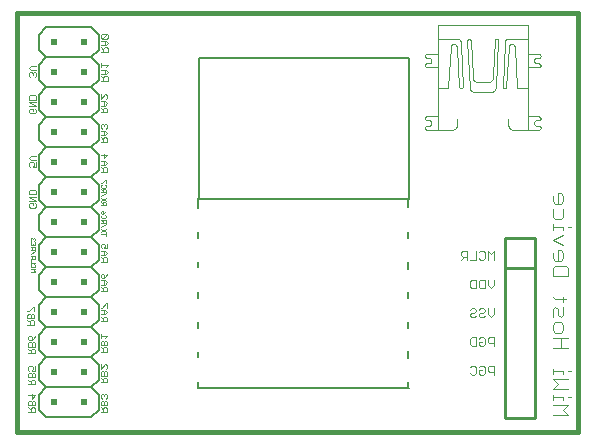
<source format=gbo>
G75*
G70*
%OFA0B0*%
%FSLAX24Y24*%
%IPPOS*%
%LPD*%
%AMOC8*
5,1,8,0,0,1.08239X$1,22.5*
%
%ADD10C,0.0020*%
%ADD11C,0.0010*%
%ADD12C,0.0030*%
%ADD13C,0.0160*%
%ADD14C,0.0040*%
%ADD15C,0.0050*%
%ADD16C,0.0060*%
%ADD17R,0.0200X0.0200*%
%ADD18C,0.0100*%
D10*
X000666Y000852D02*
X000886Y000852D01*
X000886Y000962D01*
X000849Y000998D01*
X000776Y000998D01*
X000739Y000962D01*
X000739Y000852D01*
X000739Y000925D02*
X000666Y000998D01*
X000666Y001073D02*
X000666Y001183D01*
X000702Y001219D01*
X000739Y001219D01*
X000776Y001183D01*
X000776Y001073D01*
X000776Y001183D02*
X000812Y001219D01*
X000849Y001219D01*
X000886Y001183D01*
X000886Y001073D01*
X000666Y001073D01*
X000776Y001293D02*
X000776Y001440D01*
X000666Y001404D02*
X000886Y001404D01*
X000776Y001293D01*
X000739Y001782D02*
X000739Y001892D01*
X000776Y001928D01*
X000849Y001928D01*
X000886Y001892D01*
X000886Y001782D01*
X000666Y001782D01*
X000739Y001855D02*
X000666Y001928D01*
X000666Y002003D02*
X000666Y002113D01*
X000702Y002149D01*
X000739Y002149D01*
X000776Y002113D01*
X000776Y002003D01*
X000776Y002113D02*
X000812Y002149D01*
X000849Y002149D01*
X000886Y002113D01*
X000886Y002003D01*
X000666Y002003D01*
X000702Y002223D02*
X000666Y002260D01*
X000666Y002334D01*
X000702Y002370D01*
X000776Y002370D01*
X000812Y002334D01*
X000812Y002297D01*
X000776Y002223D01*
X000886Y002223D01*
X000886Y002370D01*
X000886Y002802D02*
X000666Y002802D01*
X000739Y002802D02*
X000739Y002912D01*
X000776Y002948D01*
X000849Y002948D01*
X000886Y002912D01*
X000886Y002802D01*
X000739Y002875D02*
X000666Y002948D01*
X000666Y003023D02*
X000666Y003133D01*
X000702Y003169D01*
X000739Y003169D01*
X000776Y003133D01*
X000776Y003023D01*
X000776Y003133D02*
X000812Y003169D01*
X000849Y003169D01*
X000886Y003133D01*
X000886Y003023D01*
X000666Y003023D01*
X000702Y003243D02*
X000666Y003280D01*
X000666Y003354D01*
X000702Y003390D01*
X000739Y003390D01*
X000776Y003354D01*
X000776Y003243D01*
X000702Y003243D01*
X000776Y003243D02*
X000849Y003317D01*
X000886Y003390D01*
X000856Y003762D02*
X000636Y003762D01*
X000709Y003762D02*
X000709Y003872D01*
X000746Y003908D01*
X000819Y003908D01*
X000856Y003872D01*
X000856Y003762D01*
X000709Y003835D02*
X000636Y003908D01*
X000636Y003983D02*
X000636Y004093D01*
X000672Y004129D01*
X000709Y004129D01*
X000746Y004093D01*
X000746Y003983D01*
X000746Y004093D02*
X000782Y004129D01*
X000819Y004129D01*
X000856Y004093D01*
X000856Y003983D01*
X000636Y003983D01*
X000636Y004203D02*
X000672Y004203D01*
X000819Y004350D01*
X000856Y004350D01*
X000856Y004203D01*
X003077Y004249D02*
X003223Y004249D01*
X003297Y004176D01*
X003223Y004103D01*
X003077Y004103D01*
X003077Y004028D02*
X003150Y003955D01*
X003150Y003992D02*
X003150Y003882D01*
X003077Y003882D02*
X003297Y003882D01*
X003297Y003992D01*
X003260Y004028D01*
X003187Y004028D01*
X003150Y003992D01*
X003187Y004103D02*
X003187Y004249D01*
X003113Y004323D02*
X003077Y004323D01*
X003113Y004323D02*
X003260Y004470D01*
X003297Y004470D01*
X003297Y004323D01*
X003297Y004872D02*
X003077Y004872D01*
X003150Y004872D02*
X003150Y004982D01*
X003187Y005018D01*
X003260Y005018D01*
X003297Y004982D01*
X003297Y004872D01*
X003150Y004945D02*
X003077Y005018D01*
X003077Y005093D02*
X003223Y005093D01*
X003297Y005166D01*
X003223Y005239D01*
X003077Y005239D01*
X003113Y005313D02*
X003077Y005350D01*
X003077Y005424D01*
X003113Y005460D01*
X003150Y005460D01*
X003187Y005424D01*
X003187Y005313D01*
X003113Y005313D01*
X003187Y005313D02*
X003260Y005387D01*
X003297Y005460D01*
X003187Y005239D02*
X003187Y005093D01*
X003150Y005862D02*
X003150Y005972D01*
X003187Y006008D01*
X003260Y006008D01*
X003297Y005972D01*
X003297Y005862D01*
X003077Y005862D01*
X003150Y005935D02*
X003077Y006008D01*
X003077Y006083D02*
X003223Y006083D01*
X003297Y006156D01*
X003223Y006229D01*
X003077Y006229D01*
X003113Y006303D02*
X003077Y006340D01*
X003077Y006414D01*
X003113Y006450D01*
X003187Y006450D01*
X003223Y006414D01*
X003223Y006377D01*
X003187Y006303D01*
X003297Y006303D01*
X003297Y006450D01*
X003187Y006229D02*
X003187Y006083D01*
X000916Y007698D02*
X000916Y007772D01*
X000879Y007808D01*
X000806Y007808D02*
X000806Y007735D01*
X000806Y007808D02*
X000732Y007808D01*
X000696Y007772D01*
X000696Y007698D01*
X000732Y007662D01*
X000879Y007662D01*
X000916Y007698D01*
X000916Y007883D02*
X000696Y007883D01*
X000696Y008029D02*
X000916Y007883D01*
X000916Y008029D02*
X000696Y008029D01*
X000696Y008103D02*
X000696Y008214D01*
X000732Y008250D01*
X000879Y008250D01*
X000916Y008214D01*
X000916Y008103D01*
X000696Y008103D01*
X000732Y009023D02*
X000696Y009059D01*
X000696Y009133D01*
X000732Y009169D01*
X000806Y009169D01*
X000842Y009133D01*
X000842Y009096D01*
X000806Y009023D01*
X000916Y009023D01*
X000916Y009169D01*
X000916Y009243D02*
X000769Y009243D01*
X000696Y009317D01*
X000769Y009390D01*
X000916Y009390D01*
X000879Y010812D02*
X000732Y010812D01*
X000696Y010848D01*
X000696Y010922D01*
X000732Y010958D01*
X000806Y010958D01*
X000806Y010885D01*
X000879Y010958D02*
X000916Y010922D01*
X000916Y010848D01*
X000879Y010812D01*
X000916Y011033D02*
X000696Y011033D01*
X000696Y011179D02*
X000916Y011179D01*
X000916Y011253D02*
X000696Y011253D01*
X000696Y011364D01*
X000732Y011400D01*
X000879Y011400D01*
X000916Y011364D01*
X000916Y011253D01*
X000916Y011033D02*
X000696Y011179D01*
X000732Y012023D02*
X000696Y012059D01*
X000696Y012133D01*
X000732Y012169D01*
X000769Y012169D01*
X000806Y012133D01*
X000806Y012096D01*
X000806Y012133D02*
X000842Y012169D01*
X000879Y012169D01*
X000916Y012133D01*
X000916Y012059D01*
X000879Y012023D01*
X000916Y012243D02*
X000769Y012243D01*
X000696Y012317D01*
X000769Y012390D01*
X000916Y012390D01*
X003096Y012407D02*
X003316Y012407D01*
X003242Y012333D01*
X003242Y012259D02*
X003096Y012259D01*
X003096Y012333D02*
X003096Y012480D01*
X003206Y012259D02*
X003206Y012113D01*
X003242Y012113D02*
X003316Y012186D01*
X003242Y012259D01*
X003242Y012113D02*
X003096Y012113D01*
X003096Y012038D02*
X003169Y011965D01*
X003169Y012002D02*
X003169Y011892D01*
X003096Y011892D02*
X003316Y011892D01*
X003316Y012002D01*
X003279Y012038D01*
X003206Y012038D01*
X003169Y012002D01*
X003223Y011430D02*
X003260Y011430D01*
X003297Y011394D01*
X003297Y011320D01*
X003260Y011283D01*
X003223Y011209D02*
X003297Y011136D01*
X003223Y011063D01*
X003077Y011063D01*
X003077Y010988D02*
X003150Y010915D01*
X003150Y010952D02*
X003150Y010842D01*
X003077Y010842D02*
X003297Y010842D01*
X003297Y010952D01*
X003260Y010988D01*
X003187Y010988D01*
X003150Y010952D01*
X003187Y011063D02*
X003187Y011209D01*
X003223Y011209D02*
X003077Y011209D01*
X003077Y011283D02*
X003223Y011430D01*
X003077Y011430D02*
X003077Y011283D01*
X003113Y010440D02*
X003077Y010404D01*
X003077Y010330D01*
X003113Y010293D01*
X003077Y010219D02*
X003223Y010219D01*
X003297Y010146D01*
X003223Y010073D01*
X003077Y010073D01*
X003077Y009998D02*
X003150Y009925D01*
X003150Y009962D02*
X003150Y009852D01*
X003077Y009852D02*
X003297Y009852D01*
X003297Y009962D01*
X003260Y009998D01*
X003187Y009998D01*
X003150Y009962D01*
X003187Y010073D02*
X003187Y010219D01*
X003260Y010293D02*
X003297Y010330D01*
X003297Y010404D01*
X003260Y010440D01*
X003223Y010440D01*
X003187Y010404D01*
X003150Y010440D01*
X003113Y010440D01*
X003187Y010404D02*
X003187Y010367D01*
X003187Y009450D02*
X003187Y009303D01*
X003297Y009414D01*
X003077Y009414D01*
X003077Y009229D02*
X003223Y009229D01*
X003297Y009156D01*
X003223Y009083D01*
X003077Y009083D01*
X003077Y009008D02*
X003150Y008935D01*
X003150Y008972D02*
X003150Y008862D01*
X003077Y008862D02*
X003297Y008862D01*
X003297Y008972D01*
X003260Y009008D01*
X003187Y009008D01*
X003150Y008972D01*
X003187Y009083D02*
X003187Y009229D01*
X003169Y012852D02*
X003169Y012962D01*
X003206Y012998D01*
X003279Y012998D01*
X003316Y012962D01*
X003316Y012852D01*
X003096Y012852D01*
X003169Y012925D02*
X003096Y012998D01*
X003096Y013073D02*
X003242Y013073D01*
X003316Y013146D01*
X003242Y013219D01*
X003096Y013219D01*
X003132Y013293D02*
X003279Y013440D01*
X003132Y013440D01*
X003096Y013404D01*
X003096Y013330D01*
X003132Y013293D01*
X003279Y013293D01*
X003316Y013330D01*
X003316Y013404D01*
X003279Y013440D01*
X003206Y013219D02*
X003206Y013073D01*
X003077Y003450D02*
X003077Y003303D01*
X003077Y003377D02*
X003297Y003377D01*
X003223Y003303D01*
X003223Y003229D02*
X003187Y003193D01*
X003187Y003083D01*
X003187Y003008D02*
X003150Y002972D01*
X003150Y002862D01*
X003150Y002935D02*
X003077Y003008D01*
X003077Y003083D02*
X003077Y003193D01*
X003113Y003229D01*
X003150Y003229D01*
X003187Y003193D01*
X003223Y003229D02*
X003260Y003229D01*
X003297Y003193D01*
X003297Y003083D01*
X003077Y003083D01*
X003187Y003008D02*
X003260Y003008D01*
X003297Y002972D01*
X003297Y002862D01*
X003077Y002862D01*
X003077Y002430D02*
X003077Y002283D01*
X003223Y002430D01*
X003260Y002430D01*
X003297Y002394D01*
X003297Y002320D01*
X003260Y002283D01*
X003260Y002209D02*
X003223Y002209D01*
X003187Y002173D01*
X003187Y002063D01*
X003187Y001988D02*
X003150Y001952D01*
X003150Y001842D01*
X003150Y001915D02*
X003077Y001988D01*
X003077Y002063D02*
X003077Y002173D01*
X003113Y002209D01*
X003150Y002209D01*
X003187Y002173D01*
X003260Y002209D02*
X003297Y002173D01*
X003297Y002063D01*
X003077Y002063D01*
X003187Y001988D02*
X003260Y001988D01*
X003297Y001952D01*
X003297Y001842D01*
X003077Y001842D01*
X003113Y001440D02*
X003077Y001404D01*
X003077Y001330D01*
X003113Y001293D01*
X003113Y001219D02*
X003077Y001183D01*
X003077Y001073D01*
X003297Y001073D01*
X003297Y001183D01*
X003260Y001219D01*
X003223Y001219D01*
X003187Y001183D01*
X003187Y001073D01*
X003187Y000998D02*
X003150Y000962D01*
X003150Y000852D01*
X003150Y000925D02*
X003077Y000998D01*
X003187Y000998D02*
X003260Y000998D01*
X003297Y000962D01*
X003297Y000852D01*
X003077Y000852D01*
X003187Y001183D02*
X003150Y001219D01*
X003113Y001219D01*
X003260Y001293D02*
X003297Y001330D01*
X003297Y001404D01*
X003260Y001440D01*
X003223Y001440D01*
X003187Y001404D01*
X003150Y001440D01*
X003113Y001440D01*
X003187Y001404D02*
X003187Y001367D01*
D11*
X000891Y005521D02*
X000741Y005521D01*
X000741Y005621D02*
X000891Y005621D01*
X000841Y005571D01*
X000891Y005521D01*
X000866Y005668D02*
X000766Y005668D01*
X000741Y005693D01*
X000741Y005743D01*
X000766Y005768D01*
X000741Y005816D02*
X000741Y005916D01*
X000741Y005963D02*
X000891Y005963D01*
X000891Y006038D01*
X000866Y006063D01*
X000816Y006063D01*
X000791Y006038D01*
X000791Y005963D01*
X000791Y006013D02*
X000741Y006063D01*
X000741Y006110D02*
X000891Y006210D01*
X000891Y006258D02*
X000891Y006333D01*
X000866Y006358D01*
X000816Y006358D01*
X000791Y006333D01*
X000791Y006258D01*
X000791Y006308D02*
X000741Y006358D01*
X000741Y006405D02*
X000741Y006505D01*
X000766Y006552D02*
X000741Y006577D01*
X000741Y006627D01*
X000766Y006652D01*
X000791Y006652D01*
X000816Y006627D01*
X000816Y006602D01*
X000816Y006627D02*
X000841Y006652D01*
X000866Y006652D01*
X000891Y006627D01*
X000891Y006577D01*
X000866Y006552D01*
X000891Y006505D02*
X000891Y006405D01*
X000741Y006405D01*
X000816Y006405D02*
X000816Y006455D01*
X000741Y006258D02*
X000891Y006258D01*
X000891Y005816D02*
X000741Y005816D01*
X000866Y005768D02*
X000891Y005743D01*
X000891Y005693D01*
X000866Y005668D01*
X003092Y006766D02*
X003242Y006766D01*
X003242Y006716D02*
X003242Y006816D01*
X003242Y006863D02*
X003092Y006963D01*
X003092Y007010D02*
X003242Y007110D01*
X003242Y007158D02*
X003242Y007233D01*
X003217Y007258D01*
X003167Y007258D01*
X003142Y007233D01*
X003142Y007158D01*
X003142Y007208D02*
X003092Y007258D01*
X003117Y007305D02*
X003092Y007330D01*
X003092Y007380D01*
X003117Y007405D01*
X003117Y007452D02*
X003092Y007477D01*
X003092Y007527D01*
X003117Y007552D01*
X003142Y007552D01*
X003167Y007527D01*
X003167Y007452D01*
X003117Y007452D01*
X003167Y007452D02*
X003217Y007502D01*
X003242Y007552D01*
X003217Y007405D02*
X003242Y007380D01*
X003242Y007330D01*
X003217Y007305D01*
X003117Y007305D01*
X003092Y007158D02*
X003242Y007158D01*
X003242Y006963D02*
X003092Y006863D01*
X003092Y007736D02*
X003242Y007736D01*
X003242Y007811D01*
X003217Y007836D01*
X003167Y007836D01*
X003142Y007811D01*
X003142Y007736D01*
X003142Y007786D02*
X003092Y007836D01*
X003092Y007883D02*
X003242Y007983D01*
X003242Y007883D02*
X003092Y007983D01*
X003092Y008030D02*
X003242Y008130D01*
X003242Y008178D02*
X003242Y008253D01*
X003217Y008278D01*
X003167Y008278D01*
X003142Y008253D01*
X003142Y008178D01*
X003142Y008228D02*
X003092Y008278D01*
X003117Y008325D02*
X003092Y008350D01*
X003092Y008400D01*
X003117Y008425D01*
X003117Y008472D02*
X003092Y008472D01*
X003117Y008472D02*
X003217Y008572D01*
X003242Y008572D01*
X003242Y008472D01*
X003217Y008425D02*
X003242Y008400D01*
X003242Y008350D01*
X003217Y008325D01*
X003117Y008325D01*
X003092Y008178D02*
X003242Y008178D01*
D12*
X015097Y006171D02*
X015097Y006075D01*
X015146Y006026D01*
X015291Y006026D01*
X015291Y005929D02*
X015291Y006220D01*
X015146Y006220D01*
X015097Y006171D01*
X015194Y006026D02*
X015097Y005929D01*
X015392Y005929D02*
X015586Y005929D01*
X015586Y006220D01*
X015687Y006171D02*
X015735Y006220D01*
X015832Y006220D01*
X015880Y006171D01*
X015880Y005978D01*
X015832Y005929D01*
X015735Y005929D01*
X015687Y005978D01*
X015981Y005929D02*
X015981Y006220D01*
X016078Y006123D01*
X016175Y006220D01*
X016175Y005929D01*
X016175Y005260D02*
X016175Y005066D01*
X016078Y004969D01*
X015981Y005066D01*
X015981Y005260D01*
X015880Y005260D02*
X015735Y005260D01*
X015687Y005211D01*
X015687Y005018D01*
X015735Y004969D01*
X015880Y004969D01*
X015880Y005260D01*
X015586Y005260D02*
X015440Y005260D01*
X015392Y005211D01*
X015392Y005018D01*
X015440Y004969D01*
X015586Y004969D01*
X015586Y005260D01*
X015537Y004300D02*
X015440Y004300D01*
X015392Y004251D01*
X015440Y004155D02*
X015392Y004106D01*
X015392Y004058D01*
X015440Y004009D01*
X015537Y004009D01*
X015586Y004058D01*
X015687Y004058D02*
X015735Y004009D01*
X015832Y004009D01*
X015880Y004058D01*
X015832Y004155D02*
X015735Y004155D01*
X015687Y004106D01*
X015687Y004058D01*
X015832Y004155D02*
X015880Y004203D01*
X015880Y004251D01*
X015832Y004300D01*
X015735Y004300D01*
X015687Y004251D01*
X015586Y004251D02*
X015586Y004203D01*
X015537Y004155D01*
X015440Y004155D01*
X015537Y004300D02*
X015586Y004251D01*
X015981Y004300D02*
X015981Y004106D01*
X016078Y004009D01*
X016175Y004106D01*
X016175Y004300D01*
X016175Y003340D02*
X016030Y003340D01*
X015981Y003291D01*
X015981Y003195D01*
X016030Y003146D01*
X016175Y003146D01*
X016175Y003049D02*
X016175Y003340D01*
X015880Y003291D02*
X015880Y003098D01*
X015832Y003049D01*
X015735Y003049D01*
X015687Y003098D01*
X015687Y003195D01*
X015783Y003195D01*
X015687Y003291D02*
X015735Y003340D01*
X015832Y003340D01*
X015880Y003291D01*
X015586Y003340D02*
X015586Y003049D01*
X015440Y003049D01*
X015392Y003098D01*
X015392Y003291D01*
X015440Y003340D01*
X015586Y003340D01*
X015537Y002380D02*
X015440Y002380D01*
X015392Y002331D01*
X015537Y002380D02*
X015586Y002331D01*
X015586Y002138D01*
X015537Y002089D01*
X015440Y002089D01*
X015392Y002138D01*
X015687Y002138D02*
X015687Y002235D01*
X015783Y002235D01*
X015687Y002331D02*
X015735Y002380D01*
X015832Y002380D01*
X015880Y002331D01*
X015880Y002138D01*
X015832Y002089D01*
X015735Y002089D01*
X015687Y002138D01*
X015981Y002235D02*
X015981Y002331D01*
X016030Y002380D01*
X016175Y002380D01*
X016175Y002089D01*
X016175Y002186D02*
X016030Y002186D01*
X015981Y002235D01*
D13*
X018974Y000180D02*
X000273Y000180D01*
X000273Y014156D01*
X018974Y014156D01*
X018974Y000180D01*
D14*
X018666Y000740D02*
X018493Y000913D01*
X018666Y001087D01*
X018146Y001087D01*
X018146Y001255D02*
X018146Y001429D01*
X018146Y001342D02*
X018493Y001342D01*
X018493Y001255D01*
X018666Y001342D02*
X018753Y001342D01*
X018666Y001599D02*
X018146Y001599D01*
X018319Y001773D01*
X018146Y001946D01*
X018666Y001946D01*
X018493Y002115D02*
X018493Y002201D01*
X018146Y002201D01*
X018146Y002115D02*
X018146Y002288D01*
X018666Y002201D02*
X018753Y002201D01*
X018666Y002974D02*
X018146Y002974D01*
X018406Y002974D02*
X018406Y003321D01*
X018406Y003490D02*
X018232Y003490D01*
X018146Y003577D01*
X018146Y003750D01*
X018232Y003837D01*
X018406Y003837D01*
X018493Y003750D01*
X018493Y003577D01*
X018406Y003490D01*
X018666Y003321D02*
X018146Y003321D01*
X018146Y004005D02*
X018146Y004266D01*
X018232Y004352D01*
X018319Y004266D01*
X018319Y004092D01*
X018406Y004005D01*
X018493Y004092D01*
X018493Y004352D01*
X018493Y004521D02*
X018493Y004695D01*
X018579Y004608D02*
X018232Y004608D01*
X018146Y004695D01*
X018146Y005380D02*
X018146Y005641D01*
X018232Y005727D01*
X018579Y005727D01*
X018666Y005641D01*
X018666Y005380D01*
X018146Y005380D01*
X018232Y005896D02*
X018146Y005983D01*
X018146Y006156D01*
X018319Y006243D02*
X018319Y005896D01*
X018232Y005896D02*
X018406Y005896D01*
X018493Y005983D01*
X018493Y006156D01*
X018406Y006243D01*
X018319Y006243D01*
X018493Y006412D02*
X018146Y006585D01*
X018493Y006759D01*
X018493Y006927D02*
X018493Y007014D01*
X018146Y007014D01*
X018146Y006927D02*
X018146Y007101D01*
X018232Y007271D02*
X018146Y007358D01*
X018146Y007618D01*
X018232Y007787D02*
X018146Y007874D01*
X018146Y008047D01*
X018319Y008134D02*
X018319Y007787D01*
X018232Y007787D02*
X018406Y007787D01*
X018493Y007874D01*
X018493Y008047D01*
X018406Y008134D01*
X018319Y008134D01*
X018493Y007618D02*
X018493Y007358D01*
X018406Y007271D01*
X018232Y007271D01*
X018666Y007014D02*
X018753Y007014D01*
X017680Y010258D02*
X017310Y010258D01*
X017310Y012339D01*
X017680Y012339D01*
X017693Y012340D01*
X017706Y012345D01*
X017717Y012352D01*
X017727Y012362D01*
X017734Y012373D01*
X017739Y012386D01*
X017740Y012399D01*
X017741Y012400D02*
X017741Y012400D01*
X017739Y012415D01*
X017734Y012429D01*
X017727Y012441D01*
X017716Y012452D01*
X017704Y012459D01*
X017690Y012464D01*
X017675Y012466D01*
X017614Y012466D01*
X017597Y012468D01*
X017580Y012473D01*
X017565Y012481D01*
X017552Y012492D01*
X017541Y012505D01*
X017533Y012520D01*
X017528Y012537D01*
X017526Y012554D01*
X017525Y012554D02*
X017525Y012565D01*
X017526Y012565D02*
X017528Y012582D01*
X017533Y012599D01*
X017541Y012614D01*
X017552Y012627D01*
X017565Y012638D01*
X017580Y012646D01*
X017597Y012651D01*
X017614Y012653D01*
X017614Y012654D02*
X017680Y012654D01*
X017680Y012653D02*
X017694Y012655D01*
X017706Y012659D01*
X017718Y012666D01*
X017728Y012676D01*
X017735Y012688D01*
X017739Y012700D01*
X017741Y012714D01*
X017739Y012729D01*
X017734Y012743D01*
X017727Y012755D01*
X017716Y012766D01*
X017704Y012773D01*
X017690Y012778D01*
X017675Y012780D01*
X017332Y012780D01*
X016874Y013018D02*
X016963Y011677D01*
X016965Y011665D01*
X016971Y011654D01*
X016979Y011645D01*
X016989Y011638D01*
X017000Y011634D01*
X017012Y011633D01*
X017012Y011632D02*
X017288Y011632D01*
X016593Y011688D02*
X016681Y013023D01*
X016684Y013042D01*
X016691Y013059D01*
X016700Y013075D01*
X016713Y013089D01*
X016728Y013100D01*
X016744Y013108D01*
X016762Y013113D01*
X016781Y013114D01*
X016799Y013112D01*
X016817Y013106D01*
X016833Y013097D01*
X016847Y013085D01*
X016859Y013070D01*
X016868Y013054D01*
X016873Y013036D01*
X016875Y013018D01*
X016681Y013294D02*
X016659Y013292D01*
X016638Y013287D01*
X016618Y013279D01*
X016600Y013268D01*
X016583Y013254D01*
X016569Y013237D01*
X016558Y013219D01*
X016550Y013199D01*
X016545Y013178D01*
X016543Y013156D01*
X016543Y013139D01*
X016477Y011693D01*
X016478Y011679D01*
X016482Y011665D01*
X016490Y011654D01*
X016500Y011644D01*
X016512Y011637D01*
X016525Y011633D01*
X016539Y011632D01*
X016553Y011635D01*
X016566Y011641D01*
X016576Y011649D01*
X016585Y011661D01*
X016591Y011673D01*
X016593Y011687D01*
X016240Y011660D02*
X016322Y013233D01*
X016320Y013246D01*
X016314Y013259D01*
X016305Y013270D01*
X016294Y013278D01*
X016281Y013283D01*
X016267Y013285D01*
X016253Y013283D01*
X016240Y013278D01*
X016229Y013270D01*
X016220Y013259D01*
X016214Y013246D01*
X016212Y013233D01*
X016157Y012035D01*
X016157Y012008D01*
X016155Y011984D01*
X016150Y011961D01*
X016142Y011939D01*
X016131Y011918D01*
X016116Y011899D01*
X016100Y011883D01*
X016081Y011868D01*
X016060Y011857D01*
X016038Y011849D01*
X016015Y011844D01*
X015991Y011842D01*
X015643Y011842D01*
X015619Y011844D01*
X015595Y011849D01*
X015572Y011857D01*
X015551Y011869D01*
X015531Y011884D01*
X015514Y011901D01*
X015499Y011921D01*
X015487Y011942D01*
X015479Y011965D01*
X015474Y011989D01*
X015472Y012013D01*
X015406Y013239D01*
X015407Y013239D02*
X015404Y013252D01*
X015398Y013265D01*
X015389Y013275D01*
X015378Y013283D01*
X015365Y013288D01*
X015351Y013289D01*
X015338Y013286D01*
X015325Y013280D01*
X015315Y013271D01*
X015307Y013260D01*
X015302Y013247D01*
X015301Y013233D01*
X015384Y011649D01*
X015386Y011628D01*
X015391Y011608D01*
X015399Y011589D01*
X015409Y011571D01*
X015423Y011555D01*
X015439Y011541D01*
X015457Y011531D01*
X015476Y011523D01*
X015496Y011518D01*
X015517Y011516D01*
X015516Y011517D02*
X016096Y011517D01*
X016096Y011516D02*
X016119Y011518D01*
X016140Y011523D01*
X016161Y011532D01*
X016181Y011544D01*
X016198Y011558D01*
X016212Y011575D01*
X016224Y011595D01*
X016233Y011616D01*
X016238Y011637D01*
X016240Y011660D01*
X015147Y011693D02*
X015080Y013139D01*
X015080Y013156D01*
X015078Y013178D01*
X015073Y013199D01*
X015065Y013219D01*
X015054Y013237D01*
X015040Y013254D01*
X015023Y013268D01*
X015005Y013279D01*
X014985Y013287D01*
X014964Y013292D01*
X014942Y013294D01*
X014335Y013294D01*
X014313Y013763D02*
X017310Y013763D01*
X017310Y012339D01*
X017288Y013294D02*
X016681Y013294D01*
X014942Y013023D02*
X015031Y011688D01*
X015033Y011674D01*
X015039Y011662D01*
X015048Y011650D01*
X015058Y011642D01*
X015071Y011636D01*
X015085Y011633D01*
X015099Y011634D01*
X015112Y011638D01*
X015124Y011645D01*
X015134Y011655D01*
X015142Y011666D01*
X015146Y011680D01*
X015147Y011694D01*
X014661Y011677D02*
X014749Y013018D01*
X014751Y013036D01*
X014756Y013054D01*
X014765Y013070D01*
X014777Y013085D01*
X014791Y013097D01*
X014807Y013106D01*
X014825Y013112D01*
X014843Y013114D01*
X014862Y013113D01*
X014880Y013108D01*
X014896Y013100D01*
X014911Y013089D01*
X014924Y013075D01*
X014933Y013059D01*
X014940Y013042D01*
X014943Y013023D01*
X014313Y012780D02*
X013943Y012780D01*
X013930Y012779D01*
X013917Y012774D01*
X013906Y012767D01*
X013896Y012757D01*
X013889Y012746D01*
X013884Y012733D01*
X013883Y012720D01*
X013883Y012720D01*
X013885Y012705D01*
X013890Y012691D01*
X013897Y012679D01*
X013908Y012668D01*
X013920Y012661D01*
X013934Y012656D01*
X013949Y012654D01*
X014010Y012654D01*
X014010Y012653D02*
X014027Y012651D01*
X014044Y012646D01*
X014059Y012638D01*
X014072Y012627D01*
X014083Y012614D01*
X014091Y012599D01*
X014096Y012582D01*
X014098Y012565D01*
X014098Y012554D01*
X014096Y012537D01*
X014091Y012520D01*
X014083Y012505D01*
X014072Y012492D01*
X014059Y012481D01*
X014044Y012473D01*
X014027Y012468D01*
X014010Y012466D01*
X013943Y012466D01*
X013929Y012464D01*
X013917Y012460D01*
X013905Y012453D01*
X013895Y012443D01*
X013888Y012431D01*
X013884Y012419D01*
X013882Y012405D01*
X013883Y012405D02*
X013885Y012390D01*
X013890Y012376D01*
X013897Y012364D01*
X013908Y012353D01*
X013920Y012346D01*
X013934Y012341D01*
X013949Y012339D01*
X014291Y012339D01*
X014335Y011632D02*
X014611Y011632D01*
X014612Y011633D02*
X014624Y011634D01*
X014635Y011638D01*
X014645Y011645D01*
X014653Y011654D01*
X014659Y011665D01*
X014661Y011677D01*
X014313Y010700D02*
X013943Y010700D01*
X013930Y010698D01*
X013917Y010694D01*
X013905Y010687D01*
X013895Y010677D01*
X013888Y010665D01*
X013883Y010652D01*
X013882Y010639D01*
X013883Y010639D02*
X013883Y010639D01*
X013885Y010624D01*
X013890Y010610D01*
X013897Y010598D01*
X013908Y010587D01*
X013920Y010580D01*
X013934Y010575D01*
X013949Y010573D01*
X014010Y010573D01*
X014010Y010572D02*
X014027Y010570D01*
X014044Y010565D01*
X014059Y010557D01*
X014072Y010546D01*
X014083Y010533D01*
X014091Y010518D01*
X014096Y010501D01*
X014098Y010484D01*
X014098Y010473D01*
X014096Y010456D01*
X014091Y010439D01*
X014083Y010424D01*
X014072Y010411D01*
X014059Y010400D01*
X014044Y010392D01*
X014027Y010387D01*
X014010Y010385D01*
X013943Y010385D01*
X013929Y010383D01*
X013917Y010379D01*
X013905Y010372D01*
X013895Y010362D01*
X013888Y010350D01*
X013884Y010338D01*
X013882Y010324D01*
X013883Y010324D02*
X013885Y010309D01*
X013890Y010295D01*
X013897Y010283D01*
X013908Y010272D01*
X013920Y010265D01*
X013934Y010260D01*
X013949Y010258D01*
X014319Y010258D01*
X014313Y010258D02*
X014810Y010258D01*
X014810Y010259D02*
X014832Y010261D01*
X014854Y010266D01*
X014875Y010275D01*
X014894Y010286D01*
X014911Y010301D01*
X014926Y010318D01*
X014937Y010337D01*
X014946Y010358D01*
X014951Y010380D01*
X014953Y010402D01*
X014953Y010611D01*
X014313Y010258D02*
X014313Y013763D01*
X016670Y010628D02*
X016670Y010396D01*
X016672Y010374D01*
X016677Y010353D01*
X016685Y010333D01*
X016696Y010315D01*
X016710Y010298D01*
X016727Y010284D01*
X016745Y010273D01*
X016765Y010265D01*
X016786Y010260D01*
X016808Y010258D01*
X017310Y010258D01*
X017614Y010385D02*
X017675Y010385D01*
X017690Y010383D01*
X017704Y010378D01*
X017716Y010371D01*
X017727Y010360D01*
X017734Y010348D01*
X017739Y010334D01*
X017741Y010319D01*
X017741Y010319D01*
X017740Y010306D01*
X017735Y010293D01*
X017728Y010281D01*
X017718Y010271D01*
X017706Y010264D01*
X017693Y010259D01*
X017680Y010258D01*
X017614Y010385D02*
X017597Y010387D01*
X017580Y010392D01*
X017565Y010400D01*
X017552Y010411D01*
X017541Y010424D01*
X017533Y010439D01*
X017528Y010456D01*
X017526Y010473D01*
X017525Y010473D02*
X017525Y010484D01*
X017526Y010484D02*
X017528Y010501D01*
X017533Y010518D01*
X017541Y010533D01*
X017552Y010546D01*
X017565Y010557D01*
X017580Y010565D01*
X017597Y010570D01*
X017614Y010572D01*
X017614Y010573D02*
X017680Y010573D01*
X017680Y010572D02*
X017694Y010574D01*
X017706Y010578D01*
X017718Y010585D01*
X017728Y010595D01*
X017735Y010607D01*
X017739Y010619D01*
X017741Y010633D01*
X017739Y010648D01*
X017734Y010662D01*
X017727Y010674D01*
X017716Y010685D01*
X017704Y010692D01*
X017690Y010697D01*
X017675Y010699D01*
X017675Y010700D02*
X017332Y010700D01*
X018146Y000740D02*
X018666Y000740D01*
D15*
X013341Y001650D02*
X013334Y001650D01*
X013334Y001847D01*
X013334Y001650D02*
X006341Y001650D01*
X006326Y001650D02*
X006326Y001847D01*
X006326Y002674D02*
X006326Y002831D01*
X006326Y003658D02*
X006326Y003855D01*
X006326Y004642D02*
X006326Y004839D01*
X006326Y005666D02*
X006326Y005863D01*
X006326Y006650D02*
X006326Y006847D01*
X006326Y007634D02*
X006326Y007989D01*
X006341Y007950D02*
X006341Y012650D01*
X013341Y012650D01*
X013341Y007950D01*
X006341Y007950D01*
X013334Y007949D02*
X013334Y007674D01*
X013334Y006847D02*
X013334Y006650D01*
X013334Y005863D02*
X013334Y005626D01*
X013334Y004839D02*
X013334Y004642D01*
X013334Y003855D02*
X013334Y003658D01*
X013334Y002870D02*
X013334Y002634D01*
D16*
X003017Y002424D02*
X003017Y001924D01*
X002767Y001674D01*
X003017Y001424D01*
X003017Y000924D01*
X002767Y000674D01*
X001267Y000674D01*
X001017Y000924D01*
X001017Y001424D01*
X001267Y001674D01*
X002767Y001674D01*
X003017Y002424D02*
X002767Y002674D01*
X001267Y002674D01*
X001017Y002424D01*
X001017Y001924D01*
X001267Y001674D01*
X001267Y002674D02*
X001017Y002924D01*
X001017Y003424D01*
X001267Y003674D01*
X002767Y003674D01*
X003017Y003924D01*
X003017Y004424D01*
X002767Y004674D01*
X001267Y004674D01*
X001017Y004424D01*
X001017Y003924D01*
X001267Y003674D01*
X001267Y004674D02*
X001017Y004924D01*
X001017Y005424D01*
X001267Y005674D01*
X002767Y005674D01*
X003017Y005924D01*
X003017Y006424D01*
X002767Y006674D01*
X001267Y006674D01*
X001017Y006424D01*
X001017Y005924D01*
X001267Y005674D01*
X001267Y006674D02*
X001017Y006924D01*
X001017Y007424D01*
X001267Y007674D01*
X002767Y007674D01*
X003017Y007424D01*
X003017Y006924D01*
X002767Y006674D01*
X002767Y005674D02*
X003017Y005424D01*
X003017Y004924D01*
X002767Y004674D01*
X002767Y003674D02*
X003017Y003424D01*
X003017Y002924D01*
X002767Y002674D01*
X002767Y007674D02*
X003017Y007924D01*
X003017Y008424D01*
X002767Y008674D01*
X001267Y008674D01*
X001017Y008424D01*
X001017Y007924D01*
X001267Y007674D01*
X001267Y008674D02*
X001017Y008924D01*
X001017Y009424D01*
X001267Y009674D01*
X002767Y009674D01*
X003017Y009424D01*
X003017Y008924D01*
X002767Y008674D01*
X002767Y009674D02*
X003017Y009924D01*
X003017Y010424D01*
X002767Y010674D01*
X001267Y010674D01*
X001017Y010424D01*
X001017Y009924D01*
X001267Y009674D01*
X001267Y010674D02*
X001017Y010924D01*
X001017Y011424D01*
X001267Y011674D01*
X002767Y011674D01*
X003017Y011424D01*
X003017Y010924D01*
X002767Y010674D01*
X002767Y011674D02*
X003017Y011924D01*
X003017Y012424D01*
X002767Y012674D01*
X001267Y012674D01*
X001017Y012424D01*
X001017Y011924D01*
X001267Y011674D01*
X001267Y012674D02*
X001017Y012924D01*
X001017Y013424D01*
X001267Y013674D01*
X002767Y013674D01*
X003017Y013424D01*
X003017Y012924D01*
X002767Y012674D01*
D17*
X002517Y013174D03*
X001517Y013174D03*
X001517Y012174D03*
X002517Y012174D03*
X002517Y011174D03*
X001517Y011174D03*
X001517Y010174D03*
X002517Y010174D03*
X002517Y009174D03*
X002517Y008174D03*
X001517Y008174D03*
X001517Y009174D03*
X001517Y007174D03*
X002517Y007174D03*
X002517Y006174D03*
X001517Y006174D03*
X001517Y005174D03*
X002517Y005174D03*
X002517Y004174D03*
X001517Y004174D03*
X001517Y003174D03*
X002517Y003174D03*
X002517Y002174D03*
X001517Y002174D03*
X001517Y001174D03*
X002517Y001174D03*
D18*
X016566Y000634D02*
X016566Y005634D01*
X017566Y005634D01*
X016566Y005634D02*
X016566Y006634D01*
X017566Y006634D01*
X017566Y000634D01*
X016566Y000634D01*
M02*

</source>
